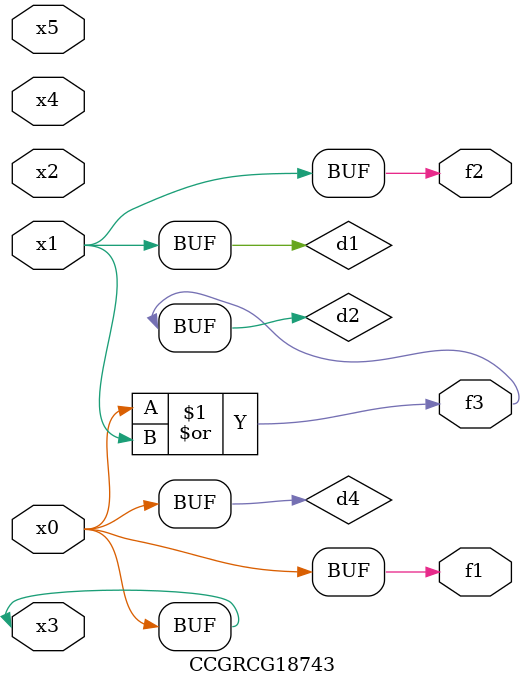
<source format=v>
module CCGRCG18743(
	input x0, x1, x2, x3, x4, x5,
	output f1, f2, f3
);

	wire d1, d2, d3, d4;

	and (d1, x1);
	or (d2, x0, x1);
	nand (d3, x0, x5);
	buf (d4, x0, x3);
	assign f1 = d4;
	assign f2 = d1;
	assign f3 = d2;
endmodule

</source>
